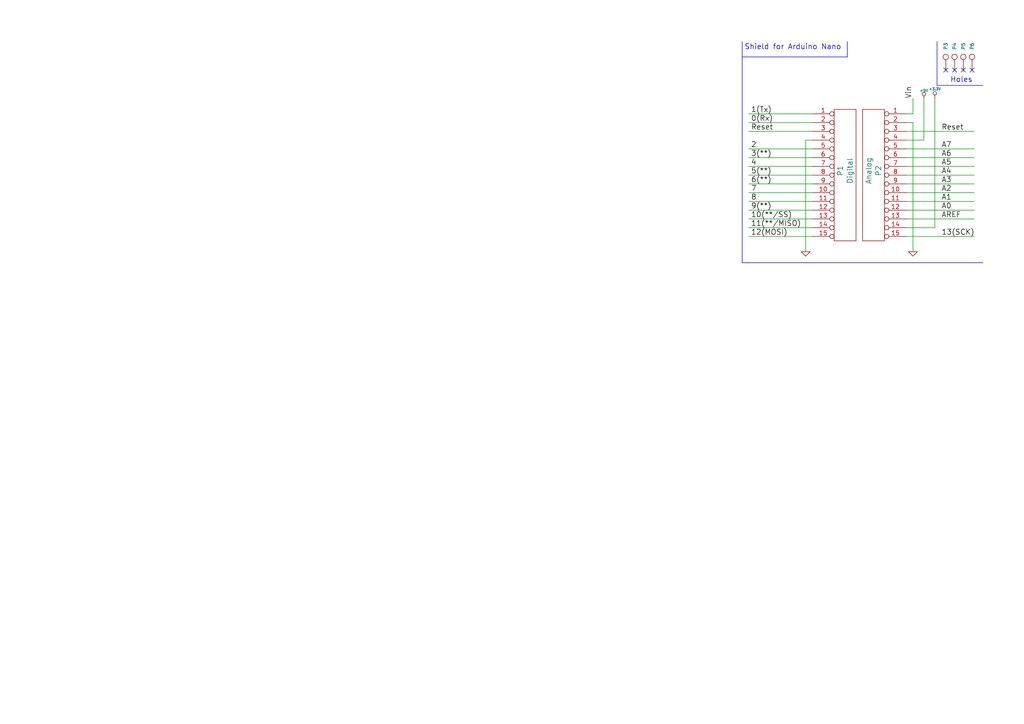
<source format=kicad_sch>
(kicad_sch (version 20230121) (generator eeschema)
  (paper "A4")
  (title_block (date "jeu. 02 avril 2015"))
  (lib_symbols
    (symbol "Arduino_Nano-rescue:+3.3V" (power) (pin_names (offset 0))
      (property "Value" "+3.3V" (at 0 2.794 0))
      (symbol "+3.3V_0_0"
        (pin power_in line (at 0 0 90) (length 0) hide (name "+3.3V") (number "1"))
      )
      (symbol "+3.3V_0_1"
        (polyline (pts (xy 0 0) (xy 0 1.016) (xy 0 1.016)))
        (circle (center 0 1.524) (radius 0.508))
      )
    )
    (symbol "Arduino_Nano-rescue:+5V" (power) (pin_names (offset 1.016))
      (property "Value" "+5V" (at 0 2.286 0))
      (symbol "+5V_0_0"
        (pin power_in line (at 0 0 90) (length 0) hide (name "+5V") (number "1"))
      )
      (symbol "+5V_0_1"
        (polyline (pts (xy 0 0) (xy 0 0.762) (xy 0 0.762) (xy 0 0.762)))
        (circle (center 0 1.27) (radius 0.508))
      )
    )
    (symbol "Arduino_Nano-rescue:CONN_1" (pin_numbers hide) (pin_names (offset 0.762) hide)
      (property "Reference" "P" (at 2.032 0 0))
      (symbol "CONN_1_0_1"
        (polyline (pts (xy -0.762 0) (xy -1.27 0)))
        (circle (center 0 0) (radius 0.7874))
      )
      (symbol "CONN_1_1_1"
        (pin passive line (at -3.81 0 0) (length 2.54) (name "1") (number "1"))
      )
    )
    (symbol "Arduino_Nano-rescue:CONN_15" (pin_names (offset 1.016) hide)
      (property "Reference" "P" (at -0.762 1.27 90))
      (property "Value" "CONN_15" (at 2.032 1.27 90))
      (symbol "CONN_15_0_1"
        (rectangle (start -2.54 -19.05) (end 3.81 19.05))
      )
      (symbol "CONN_15_1_1"
        (pin passive inverted (at -8.89 17.78 0) (length 6.35) (name "P1") (number "1"))
        (pin passive inverted (at -8.89 -5.08 0) (length 6.35) (name "P10") (number "10"))
        (pin passive inverted (at -8.89 -7.62 0) (length 6.35) (name "P11") (number "11"))
        (pin passive inverted (at -8.89 -10.16 0) (length 6.35) (name "P12") (number "12"))
        (pin passive inverted (at -8.89 -12.7 0) (length 6.35) (name "P13") (number "13"))
        (pin passive inverted (at -8.89 -15.24 0) (length 6.35) (name "P14") (number "14"))
        (pin passive inverted (at -8.89 -17.78 0) (length 6.35) (name "p15") (number "15"))
        (pin passive inverted (at -8.89 15.24 0) (length 6.35) (name "P2") (number "2"))
        (pin passive inverted (at -8.89 12.7 0) (length 6.35) (name "P3") (number "3"))
        (pin passive inverted (at -8.89 10.16 0) (length 6.35) (name "P4") (number "4"))
        (pin passive inverted (at -8.89 7.62 0) (length 6.35) (name "P5") (number "5"))
        (pin passive inverted (at -8.89 5.08 0) (length 6.35) (name "P6") (number "6"))
        (pin passive inverted (at -8.89 2.54 0) (length 6.35) (name "P7") (number "7"))
        (pin passive inverted (at -8.89 0 0) (length 6.35) (name "P8") (number "8"))
        (pin passive inverted (at -8.89 -2.54 0) (length 6.35) (name "P9") (number "9"))
      )
    )
    (symbol "Arduino_Nano-rescue:GND" (power) (pin_names (offset 0))
      (symbol "GND_0_1"
        (polyline (pts (xy -1.27 0) (xy 0 -1.27) (xy 1.27 0) (xy -1.27 0)))
      )
      (symbol "GND_1_1"
        (pin power_in line (at 0 0 90) (length 0) hide (name "GND") (number "1"))
      )
    )
  )
  (no_connect (at 276.86 20.32))
  (no_connect (at 274.32 20.32))
  (no_connect (at 279.4 20.32))
  (no_connect (at 281.94 20.32))
  (wire (pts (xy 217.17 43.18) (xy 235.585 43.18)))
  (wire (pts (xy 217.17 55.88) (xy 235.585 55.88)))
  (wire (pts (xy 262.89 40.64) (xy 267.97 40.64)))
  (wire (pts (xy 217.17 45.72) (xy 235.585 45.72)))
  (polyline (pts (xy 245.745 16.51) (xy 245.745 12.065)))
  (wire (pts (xy 233.68 40.64) (xy 235.585 40.64)))
  (wire (pts (xy 267.97 40.64) (xy 267.97 28.575)))
  (wire (pts (xy 262.89 43.18) (xy 282.575 43.18)))
  (wire (pts (xy 217.17 38.1) (xy 235.585 38.1)))
  (wire (pts (xy 217.17 66.04) (xy 235.585 66.04)))
  (wire (pts (xy 217.17 63.5) (xy 235.585 63.5)))
  (wire (pts (xy 271.145 66.04) (xy 271.145 28.575)))
  (polyline (pts (xy 271.78 24.765) (xy 285.115 24.765)))
  (wire (pts (xy 217.17 58.42) (xy 235.585 58.42)))
  (wire (pts (xy 262.89 66.04) (xy 271.145 66.04)))
  (wire (pts (xy 262.89 50.8) (xy 282.575 50.8)))
  (wire (pts (xy 264.795 28.575) (xy 264.795 33.02)))
  (wire (pts (xy 217.17 48.26) (xy 235.585 48.26)))
  (wire (pts (xy 262.89 63.5) (xy 282.575 63.5)))
  (wire (pts (xy 217.17 33.02) (xy 235.585 33.02)))
  (wire (pts (xy 262.89 48.26) (xy 282.575 48.26)))
  (wire (pts (xy 264.795 35.56) (xy 264.795 73.025)))
  (wire (pts (xy 262.89 55.88) (xy 282.575 55.88)))
  (wire (pts (xy 262.89 60.96) (xy 282.575 60.96)))
  (polyline (pts (xy 285.115 76.2) (xy 216.535 76.2)))
  (wire (pts (xy 264.795 35.56) (xy 262.89 35.56)))
  (wire (pts (xy 262.89 45.72) (xy 282.575 45.72)))
  (wire (pts (xy 233.68 40.64) (xy 233.68 73.025)))
  (wire (pts (xy 217.17 53.34) (xy 235.585 53.34)))
  (wire (pts (xy 264.795 33.02) (xy 262.89 33.02)))
  (wire (pts (xy 217.17 60.96) (xy 235.585 60.96)))
  (polyline (pts (xy 215.265 76.2) (xy 215.265 12.065)))
  (wire (pts (xy 262.89 58.42) (xy 282.575 58.42)))
  (wire (pts (xy 217.17 68.58) (xy 235.585 68.58)))
  (wire (pts (xy 217.17 35.56) (xy 235.585 35.56)))
  (wire (pts (xy 262.89 53.34) (xy 282.575 53.34)))
  (polyline (pts (xy 217.17 76.2) (xy 215.265 76.2)))
  (wire (pts (xy 262.89 68.58) (xy 282.575 68.58)))
  (polyline (pts (xy 271.78 12.065) (xy 271.78 24.765)))
  (wire (pts (xy 262.89 38.1) (xy 282.575 38.1)))
  (polyline (pts (xy 215.265 16.51) (xy 245.745 16.51)))
  (wire (pts (xy 217.17 50.8) (xy 235.585 50.8)))
  (text "Holes" (at 275.59 24.13 0) (effects (font (size 1.524 1.524)) (justify left bottom)))
  (text "Shield for Arduino Nano" (at 215.9 14.605 0) (effects (font (size 1.524 1.524)) (justify left bottom)))
  (label "A0" (at 273.05 60.96 0) (effects (font (size 1.524 1.524))))
  (label "A1" (at 273.05 58.42 0) (effects (font (size 1.524 1.524))))
  (label "Reset" (at 217.805 38.1 0) (effects (font (size 1.524 1.524))))
  (label "A6" (at 273.05 45.72 0) (effects (font (size 1.524 1.524))))
  (label "7" (at 217.805 55.88 0) (effects (font (size 1.524 1.524))))
  (label "A4" (at 273.05 50.8 0) (effects (font (size 1.524 1.524))))
  (label "3(**)" (at 217.805 45.72 0) (effects (font (size 1.524 1.524))))
  (label "5(**)" (at 217.805 50.8 0) (effects (font (size 1.524 1.524))))
  (label "12(MOSI)" (at 217.805 68.58 0) (effects (font (size 1.524 1.524))))
  (label "A7" (at 273.05 43.18 0) (effects (font (size 1.524 1.524))))
  (label "AREF" (at 273.05 63.5 0) (effects (font (size 1.524 1.524))))
  (label "Vin" (at 264.795 28.575 90) (effects (font (size 1.524 1.524))))
  (label "13(SCK)" (at 273.05 68.58 0) (effects (font (size 1.524 1.524))))
  (label "2" (at 217.805 43.18 0) (effects (font (size 1.524 1.524))))
  (label "A5" (at 273.05 48.26 0) (effects (font (size 1.524 1.524))))
  (label "0(Rx)" (at 217.805 35.56 0) (effects (font (size 1.524 1.524))))
  (label "4" (at 217.805 48.26 0) (effects (font (size 1.524 1.524))))
  (label "11(**/MISO)" (at 217.805 66.04 0) (effects (font (size 1.524 1.524))))
  (label "1(Tx)" (at 217.805 33.02 0) (effects (font (size 1.524 1.524))))
  (label "Reset" (at 273.05 38.1 0) (effects (font (size 1.524 1.524))))
  (label "9(**)" (at 217.805 60.96 0) (effects (font (size 1.524 1.524))))
  (label "A3" (at 273.05 53.34 0) (effects (font (size 1.524 1.524))))
  (label "10(**/SS)" (at 217.805 63.5 0) (effects (font (size 1.524 1.524))))
  (label "6(**)" (at 217.805 53.34 0) (effects (font (size 1.524 1.524))))
  (label "A2" (at 273.05 55.88 0) (effects (font (size 1.524 1.524))))
  (label "8" (at 217.805 58.42 0) (effects (font (size 1.524 1.524))))
  (symbol (lib_id "Arduino_Nano-rescue:CONN_1") (at 274.32 16.51 90) (unit 1)
    (property "Reference" "P3" (at 274.32 14.478 0) (effects (font (size 1.016 1.016)) (justify left)))
    (property "Value" "CONN_1" (effects hide))
    (property "Footprint" "Socket_Arduino_Nano:1pin_Nano" (effects hide))
  )
  (symbol (lib_id "Arduino_Nano-rescue:CONN_1") (at 276.86 16.51 90) (unit 1)
    (property "Reference" "P4" (at 276.86 14.478 0) (effects (font (size 1.016 1.016)) (justify left)))
    (property "Value" "CONN_1" (effects hide))
    (property "Footprint" "Socket_Arduino_Nano:1pin_Nano" (effects hide))
  )
  (symbol (lib_id "Arduino_Nano-rescue:CONN_1") (at 279.4 16.51 90) (unit 1)
    (property "Reference" "P5" (at 279.4 14.478 0) (effects (font (size 1.016 1.016)) (justify left)))
    (property "Value" "CONN_1" (effects hide))
    (property "Footprint" "Socket_Arduino_Nano:1pin_Nano" (effects hide))
  )
  (symbol (lib_id "Arduino_Nano-rescue:CONN_1") (at 281.94 16.51 90) (unit 1)
    (property "Reference" "P6" (at 281.94 14.478 0) (effects (font (size 1.016 1.016)) (justify left)))
    (property "Value" "CONN_1" (effects hide))
    (property "Footprint" "Socket_Arduino_Nano:1pin_Nano" (effects hide))
  )
  (symbol (lib_id "Arduino_Nano-rescue:CONN_15") (at 244.475 50.8 0) (unit 1)
    (property "Reference" "P1" (at 243.713 49.53 90) (effects (font (size 1.524 1.524))))
    (property "Value" "Digital" (at 246.507 49.53 90) (effects (font (size 1.524 1.524))))
    (property "Footprint" "Socket_Arduino_Nano:Socket_Strip_Arduino_1x15" (effects hide))
  )
  (symbol (lib_id "Arduino_Nano-rescue:CONN_15") (at 254 50.8 0) (mirror y) (unit 1)
    (property "Reference" "P2" (at 254.762 49.53 90) (effects (font (size 1.524 1.524))))
    (property "Value" "Analog" (at 251.968 49.53 90) (effects (font (size 1.524 1.524))))
    (property "Footprint" "Socket_Arduino_Nano:Socket_Strip_Arduino_1x15" (effects hide))
  )
  (symbol (lib_id "Arduino_Nano-rescue:GND") (at 233.68 73.025 0) (unit 1)
    (property "Reference" "#PWR1" (effects hide))
    (property "Value" "GND" (effects hide))
  )
  (symbol (lib_id "Arduino_Nano-rescue:+3.3V") (at 271.145 28.575 0) (unit 1)
    (property "Reference" "#PWR3" (effects hide))
    (property "Value" "+3.3V" (at 271.145 25.781 0) (effects (font (size 0.762 0.762))))
  )
  (symbol (lib_id "Arduino_Nano-rescue:+5V") (at 267.97 28.575 0) (unit 1)
    (property "Reference" "#PWR2" (effects hide))
    (property "Value" "+5V" (at 267.97 26.289 0) (effects (font (size 0.762 0.762))))
  )
  (symbol (lib_id "Arduino_Nano-rescue:GND") (at 264.795 73.025 0) (unit 1)
    (property "Reference" "#PWR4" (effects hide))
    (property "Value" "GND" (effects hide))
  )
)
</source>
